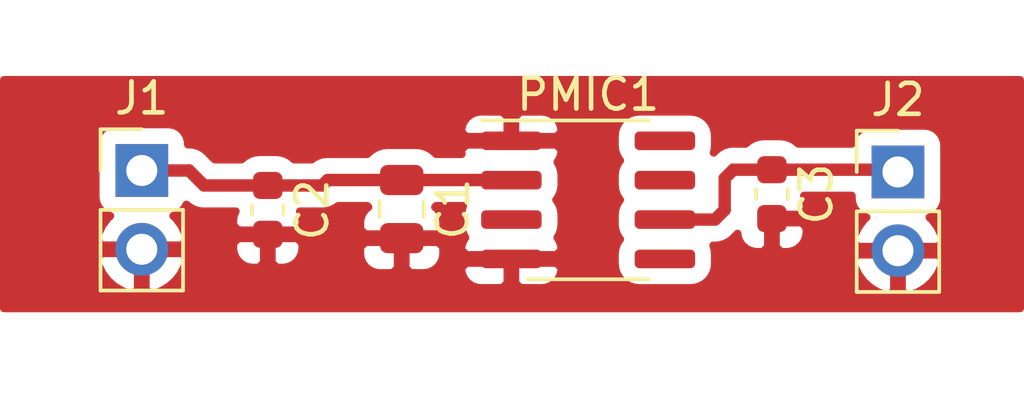
<source format=kicad_pcb>
(kicad_pcb (version 20171130) (host pcbnew "(5.1.6)-1")

  (general
    (thickness 1.6)
    (drawings 0)
    (tracks 15)
    (zones 0)
    (modules 6)
    (nets 8)
  )

  (page A4)
  (layers
    (0 F.Cu signal)
    (31 B.Cu signal)
    (32 B.Adhes user)
    (33 F.Adhes user)
    (34 B.Paste user)
    (35 F.Paste user)
    (36 B.SilkS user)
    (37 F.SilkS user)
    (38 B.Mask user)
    (39 F.Mask user)
    (40 Dwgs.User user)
    (41 Cmts.User user)
    (42 Eco1.User user)
    (43 Eco2.User user)
    (44 Edge.Cuts user)
    (45 Margin user)
    (46 B.CrtYd user)
    (47 F.CrtYd user)
    (48 B.Fab user)
    (49 F.Fab user)
  )

  (setup
    (last_trace_width 0.4)
    (user_trace_width 0.4)
    (trace_clearance 0.2)
    (zone_clearance 0.508)
    (zone_45_only no)
    (trace_min 0.2)
    (via_size 0.8)
    (via_drill 0.4)
    (via_min_size 0.4)
    (via_min_drill 0.3)
    (uvia_size 0.3)
    (uvia_drill 0.1)
    (uvias_allowed no)
    (uvia_min_size 0.2)
    (uvia_min_drill 0.1)
    (edge_width 0.05)
    (segment_width 0.2)
    (pcb_text_width 0.3)
    (pcb_text_size 1.5 1.5)
    (mod_edge_width 0.12)
    (mod_text_size 1 1)
    (mod_text_width 0.15)
    (pad_size 1.524 1.524)
    (pad_drill 0.762)
    (pad_to_mask_clearance 0.05)
    (aux_axis_origin 0 0)
    (visible_elements 7FFFFFFF)
    (pcbplotparams
      (layerselection 0x010fc_ffffffff)
      (usegerberextensions false)
      (usegerberattributes true)
      (usegerberadvancedattributes true)
      (creategerberjobfile true)
      (excludeedgelayer true)
      (linewidth 0.100000)
      (plotframeref false)
      (viasonmask false)
      (mode 1)
      (useauxorigin false)
      (hpglpennumber 1)
      (hpglpenspeed 20)
      (hpglpendiameter 15.000000)
      (psnegative false)
      (psa4output false)
      (plotreference true)
      (plotvalue true)
      (plotinvisibletext false)
      (padsonsilk false)
      (subtractmaskfromsilk false)
      (outputformat 1)
      (mirror false)
      (drillshape 1)
      (scaleselection 1)
      (outputdirectory ""))
  )

  (net 0 "")
  (net 1 VCC)
  (net 2 GND)
  (net 3 "Net-(C3-Pad1)")
  (net 4 "Net-(PMIC1-Pad3)")
  (net 5 "Net-(PMIC1-Pad5)")
  (net 6 "Net-(PMIC1-Pad7)")
  (net 7 "Net-(PMIC1-Pad8)")

  (net_class Default "This is the default net class."
    (clearance 0.2)
    (trace_width 0.25)
    (via_dia 0.8)
    (via_drill 0.4)
    (uvia_dia 0.3)
    (uvia_drill 0.1)
    (add_net GND)
    (add_net "Net-(C3-Pad1)")
    (add_net "Net-(PMIC1-Pad3)")
    (add_net "Net-(PMIC1-Pad5)")
    (add_net "Net-(PMIC1-Pad7)")
    (add_net "Net-(PMIC1-Pad8)")
    (add_net VCC)
  )

  (module Capacitor_SMD:C_0603_1608Metric (layer F.Cu) (tedit 5B301BBE) (tstamp 5F9A6952)
    (at 122.936 103.378 270)
    (descr "Capacitor SMD 0603 (1608 Metric), square (rectangular) end terminal, IPC_7351 nominal, (Body size source: http://www.tortai-tech.com/upload/download/2011102023233369053.pdf), generated with kicad-footprint-generator")
    (tags capacitor)
    (path /5F7E4896)
    (attr smd)
    (fp_text reference C2 (at 0 -1.43 90) (layer F.SilkS)
      (effects (font (size 1 1) (thickness 0.15)))
    )
    (fp_text value 0.1uF (at 0 1.43 90) (layer F.Fab)
      (effects (font (size 1 1) (thickness 0.15)))
    )
    (fp_line (start 1.48 0.73) (end -1.48 0.73) (layer F.CrtYd) (width 0.05))
    (fp_line (start 1.48 -0.73) (end 1.48 0.73) (layer F.CrtYd) (width 0.05))
    (fp_line (start -1.48 -0.73) (end 1.48 -0.73) (layer F.CrtYd) (width 0.05))
    (fp_line (start -1.48 0.73) (end -1.48 -0.73) (layer F.CrtYd) (width 0.05))
    (fp_line (start -0.162779 0.51) (end 0.162779 0.51) (layer F.SilkS) (width 0.12))
    (fp_line (start -0.162779 -0.51) (end 0.162779 -0.51) (layer F.SilkS) (width 0.12))
    (fp_line (start 0.8 0.4) (end -0.8 0.4) (layer F.Fab) (width 0.1))
    (fp_line (start 0.8 -0.4) (end 0.8 0.4) (layer F.Fab) (width 0.1))
    (fp_line (start -0.8 -0.4) (end 0.8 -0.4) (layer F.Fab) (width 0.1))
    (fp_line (start -0.8 0.4) (end -0.8 -0.4) (layer F.Fab) (width 0.1))
    (fp_text user %R (at 0 0 90) (layer F.Fab)
      (effects (font (size 0.4 0.4) (thickness 0.06)))
    )
    (pad 2 smd roundrect (at 0.7875 0 270) (size 0.875 0.95) (layers F.Cu F.Paste F.Mask) (roundrect_rratio 0.25)
      (net 2 GND))
    (pad 1 smd roundrect (at -0.7875 0 270) (size 0.875 0.95) (layers F.Cu F.Paste F.Mask) (roundrect_rratio 0.25)
      (net 1 VCC))
    (model ${KISYS3DMOD}/Capacitor_SMD.3dshapes/C_0603_1608Metric.wrl
      (at (xyz 0 0 0))
      (scale (xyz 1 1 1))
      (rotate (xyz 0 0 0))
    )
  )

  (module Capacitor_SMD:C_0603_1608Metric (layer F.Cu) (tedit 5B301BBE) (tstamp 5FA63941)
    (at 139.192 102.87 270)
    (descr "Capacitor SMD 0603 (1608 Metric), square (rectangular) end terminal, IPC_7351 nominal, (Body size source: http://www.tortai-tech.com/upload/download/2011102023233369053.pdf), generated with kicad-footprint-generator")
    (tags capacitor)
    (path /5F7E49B9)
    (attr smd)
    (fp_text reference C3 (at 0 -1.43 90) (layer F.SilkS)
      (effects (font (size 1 1) (thickness 0.15)))
    )
    (fp_text value 0.001uF (at 0 1.43 90) (layer F.Fab)
      (effects (font (size 1 1) (thickness 0.15)))
    )
    (fp_line (start -0.8 0.4) (end -0.8 -0.4) (layer F.Fab) (width 0.1))
    (fp_line (start -0.8 -0.4) (end 0.8 -0.4) (layer F.Fab) (width 0.1))
    (fp_line (start 0.8 -0.4) (end 0.8 0.4) (layer F.Fab) (width 0.1))
    (fp_line (start 0.8 0.4) (end -0.8 0.4) (layer F.Fab) (width 0.1))
    (fp_line (start -0.162779 -0.51) (end 0.162779 -0.51) (layer F.SilkS) (width 0.12))
    (fp_line (start -0.162779 0.51) (end 0.162779 0.51) (layer F.SilkS) (width 0.12))
    (fp_line (start -1.48 0.73) (end -1.48 -0.73) (layer F.CrtYd) (width 0.05))
    (fp_line (start -1.48 -0.73) (end 1.48 -0.73) (layer F.CrtYd) (width 0.05))
    (fp_line (start 1.48 -0.73) (end 1.48 0.73) (layer F.CrtYd) (width 0.05))
    (fp_line (start 1.48 0.73) (end -1.48 0.73) (layer F.CrtYd) (width 0.05))
    (fp_text user %R (at 0 0 90) (layer F.Fab)
      (effects (font (size 0.4 0.4) (thickness 0.06)))
    )
    (pad 1 smd roundrect (at -0.7875 0 270) (size 0.875 0.95) (layers F.Cu F.Paste F.Mask) (roundrect_rratio 0.25)
      (net 3 "Net-(C3-Pad1)"))
    (pad 2 smd roundrect (at 0.7875 0 270) (size 0.875 0.95) (layers F.Cu F.Paste F.Mask) (roundrect_rratio 0.25)
      (net 2 GND))
    (model ${KISYS3DMOD}/Capacitor_SMD.3dshapes/C_0603_1608Metric.wrl
      (at (xyz 0 0 0))
      (scale (xyz 1 1 1))
      (rotate (xyz 0 0 0))
    )
  )

  (module Connector_PinHeader_2.54mm:PinHeader_1x02_P2.54mm_Vertical (layer F.Cu) (tedit 59FED5CC) (tstamp 5FA63ADF)
    (at 118.872 102.108)
    (descr "Through hole straight pin header, 1x02, 2.54mm pitch, single row")
    (tags "Through hole pin header THT 1x02 2.54mm single row")
    (path /5F7E5BDC)
    (fp_text reference J1 (at 0 -2.33) (layer F.SilkS)
      (effects (font (size 1 1) (thickness 0.15)))
    )
    (fp_text value Conn_01x02_Male (at -2.54 1.27 90) (layer F.Fab)
      (effects (font (size 1 1) (thickness 0.15)))
    )
    (fp_line (start -0.635 -1.27) (end 1.27 -1.27) (layer F.Fab) (width 0.1))
    (fp_line (start 1.27 -1.27) (end 1.27 3.81) (layer F.Fab) (width 0.1))
    (fp_line (start 1.27 3.81) (end -1.27 3.81) (layer F.Fab) (width 0.1))
    (fp_line (start -1.27 3.81) (end -1.27 -0.635) (layer F.Fab) (width 0.1))
    (fp_line (start -1.27 -0.635) (end -0.635 -1.27) (layer F.Fab) (width 0.1))
    (fp_line (start -1.33 3.87) (end 1.33 3.87) (layer F.SilkS) (width 0.12))
    (fp_line (start -1.33 1.27) (end -1.33 3.87) (layer F.SilkS) (width 0.12))
    (fp_line (start 1.33 1.27) (end 1.33 3.87) (layer F.SilkS) (width 0.12))
    (fp_line (start -1.33 1.27) (end 1.33 1.27) (layer F.SilkS) (width 0.12))
    (fp_line (start -1.33 0) (end -1.33 -1.33) (layer F.SilkS) (width 0.12))
    (fp_line (start -1.33 -1.33) (end 0 -1.33) (layer F.SilkS) (width 0.12))
    (fp_line (start -1.8 -1.8) (end -1.8 4.35) (layer F.CrtYd) (width 0.05))
    (fp_line (start -1.8 4.35) (end 1.8 4.35) (layer F.CrtYd) (width 0.05))
    (fp_line (start 1.8 4.35) (end 1.8 -1.8) (layer F.CrtYd) (width 0.05))
    (fp_line (start 1.8 -1.8) (end -1.8 -1.8) (layer F.CrtYd) (width 0.05))
    (fp_text user %R (at 0 1.27 90) (layer F.Fab)
      (effects (font (size 1 1) (thickness 0.15)))
    )
    (pad 1 thru_hole rect (at 0 0) (size 1.7 1.7) (drill 1) (layers *.Cu *.Mask)
      (net 1 VCC))
    (pad 2 thru_hole oval (at 0 2.54) (size 1.7 1.7) (drill 1) (layers *.Cu *.Mask)
      (net 2 GND))
    (model ${KISYS3DMOD}/Connector_PinHeader_2.54mm.3dshapes/PinHeader_1x02_P2.54mm_Vertical.wrl
      (at (xyz 0 0 0))
      (scale (xyz 1 1 1))
      (rotate (xyz 0 0 0))
    )
  )

  (module Connector_PinHeader_2.54mm:PinHeader_1x02_P2.54mm_Vertical (layer F.Cu) (tedit 59FED5CC) (tstamp 5FA639C3)
    (at 143.256 102.155001)
    (descr "Through hole straight pin header, 1x02, 2.54mm pitch, single row")
    (tags "Through hole pin header THT 1x02 2.54mm single row")
    (path /5F7E7159)
    (fp_text reference J2 (at 0 -2.33) (layer F.SilkS)
      (effects (font (size 1 1) (thickness 0.15)))
    )
    (fp_text value Conn_01x02_Male (at 2.54 1.222999 90) (layer F.Fab)
      (effects (font (size 1 1) (thickness 0.15)))
    )
    (fp_line (start 1.8 -1.8) (end -1.8 -1.8) (layer F.CrtYd) (width 0.05))
    (fp_line (start 1.8 4.35) (end 1.8 -1.8) (layer F.CrtYd) (width 0.05))
    (fp_line (start -1.8 4.35) (end 1.8 4.35) (layer F.CrtYd) (width 0.05))
    (fp_line (start -1.8 -1.8) (end -1.8 4.35) (layer F.CrtYd) (width 0.05))
    (fp_line (start -1.33 -1.33) (end 0 -1.33) (layer F.SilkS) (width 0.12))
    (fp_line (start -1.33 0) (end -1.33 -1.33) (layer F.SilkS) (width 0.12))
    (fp_line (start -1.33 1.27) (end 1.33 1.27) (layer F.SilkS) (width 0.12))
    (fp_line (start 1.33 1.27) (end 1.33 3.87) (layer F.SilkS) (width 0.12))
    (fp_line (start -1.33 1.27) (end -1.33 3.87) (layer F.SilkS) (width 0.12))
    (fp_line (start -1.33 3.87) (end 1.33 3.87) (layer F.SilkS) (width 0.12))
    (fp_line (start -1.27 -0.635) (end -0.635 -1.27) (layer F.Fab) (width 0.1))
    (fp_line (start -1.27 3.81) (end -1.27 -0.635) (layer F.Fab) (width 0.1))
    (fp_line (start 1.27 3.81) (end -1.27 3.81) (layer F.Fab) (width 0.1))
    (fp_line (start 1.27 -1.27) (end 1.27 3.81) (layer F.Fab) (width 0.1))
    (fp_line (start -0.635 -1.27) (end 1.27 -1.27) (layer F.Fab) (width 0.1))
    (fp_text user %R (at 0 1.27 90) (layer F.Fab)
      (effects (font (size 1 1) (thickness 0.15)))
    )
    (pad 2 thru_hole oval (at 0 2.54) (size 1.7 1.7) (drill 1) (layers *.Cu *.Mask)
      (net 2 GND))
    (pad 1 thru_hole rect (at 0 0) (size 1.7 1.7) (drill 1) (layers *.Cu *.Mask)
      (net 3 "Net-(C3-Pad1)"))
    (model ${KISYS3DMOD}/Connector_PinHeader_2.54mm.3dshapes/PinHeader_1x02_P2.54mm_Vertical.wrl
      (at (xyz 0 0 0))
      (scale (xyz 1 1 1))
      (rotate (xyz 0 0 0))
    )
  )

  (module Package_SO:SOIC-8_3.9x4.9mm_P1.27mm (layer F.Cu) (tedit 5D9F72B1) (tstamp 5F9A69A9)
    (at 133.265001 103.055001)
    (descr "SOIC, 8 Pin (JEDEC MS-012AA, https://www.analog.com/media/en/package-pcb-resources/package/pkg_pdf/soic_narrow-r/r_8.pdf), generated with kicad-footprint-generator ipc_gullwing_generator.py")
    (tags "SOIC SO")
    (path /5F8E943E)
    (attr smd)
    (fp_text reference PMIC1 (at 0 -3.4) (layer F.SilkS)
      (effects (font (size 1 1) (thickness 0.15)))
    )
    (fp_text value X60008BIS8 (at 0 3.4) (layer F.Fab)
      (effects (font (size 1 1) (thickness 0.15)))
    )
    (fp_line (start 0 2.56) (end 1.95 2.56) (layer F.SilkS) (width 0.12))
    (fp_line (start 0 2.56) (end -1.95 2.56) (layer F.SilkS) (width 0.12))
    (fp_line (start 0 -2.56) (end 1.95 -2.56) (layer F.SilkS) (width 0.12))
    (fp_line (start 0 -2.56) (end -3.45 -2.56) (layer F.SilkS) (width 0.12))
    (fp_line (start -0.975 -2.45) (end 1.95 -2.45) (layer F.Fab) (width 0.1))
    (fp_line (start 1.95 -2.45) (end 1.95 2.45) (layer F.Fab) (width 0.1))
    (fp_line (start 1.95 2.45) (end -1.95 2.45) (layer F.Fab) (width 0.1))
    (fp_line (start -1.95 2.45) (end -1.95 -1.475) (layer F.Fab) (width 0.1))
    (fp_line (start -1.95 -1.475) (end -0.975 -2.45) (layer F.Fab) (width 0.1))
    (fp_line (start -3.7 -2.7) (end -3.7 2.7) (layer F.CrtYd) (width 0.05))
    (fp_line (start -3.7 2.7) (end 3.7 2.7) (layer F.CrtYd) (width 0.05))
    (fp_line (start 3.7 2.7) (end 3.7 -2.7) (layer F.CrtYd) (width 0.05))
    (fp_line (start 3.7 -2.7) (end -3.7 -2.7) (layer F.CrtYd) (width 0.05))
    (fp_text user %R (at 0 0) (layer F.Fab)
      (effects (font (size 0.98 0.98) (thickness 0.15)))
    )
    (pad 1 smd roundrect (at -2.475 -1.905) (size 1.95 0.6) (layers F.Cu F.Paste F.Mask) (roundrect_rratio 0.25)
      (net 2 GND))
    (pad 2 smd roundrect (at -2.475 -0.635) (size 1.95 0.6) (layers F.Cu F.Paste F.Mask) (roundrect_rratio 0.25)
      (net 1 VCC))
    (pad 3 smd roundrect (at -2.475 0.635) (size 1.95 0.6) (layers F.Cu F.Paste F.Mask) (roundrect_rratio 0.25)
      (net 4 "Net-(PMIC1-Pad3)"))
    (pad 4 smd roundrect (at -2.475 1.905) (size 1.95 0.6) (layers F.Cu F.Paste F.Mask) (roundrect_rratio 0.25)
      (net 2 GND))
    (pad 5 smd roundrect (at 2.475 1.905) (size 1.95 0.6) (layers F.Cu F.Paste F.Mask) (roundrect_rratio 0.25)
      (net 5 "Net-(PMIC1-Pad5)"))
    (pad 6 smd roundrect (at 2.475 0.635) (size 1.95 0.6) (layers F.Cu F.Paste F.Mask) (roundrect_rratio 0.25)
      (net 3 "Net-(C3-Pad1)"))
    (pad 7 smd roundrect (at 2.475 -0.635) (size 1.95 0.6) (layers F.Cu F.Paste F.Mask) (roundrect_rratio 0.25)
      (net 6 "Net-(PMIC1-Pad7)"))
    (pad 8 smd roundrect (at 2.475 -1.905) (size 1.95 0.6) (layers F.Cu F.Paste F.Mask) (roundrect_rratio 0.25)
      (net 7 "Net-(PMIC1-Pad8)"))
    (model ${KISYS3DMOD}/Package_SO.3dshapes/SOIC-8_3.9x4.9mm_P1.27mm.wrl
      (at (xyz 0 0 0))
      (scale (xyz 1 1 1))
      (rotate (xyz 0 0 0))
    )
  )

  (module Capacitor_SMD:C_0805_2012Metric (layer F.Cu) (tedit 5B36C52B) (tstamp 5FA63821)
    (at 127.254 103.3525 270)
    (descr "Capacitor SMD 0805 (2012 Metric), square (rectangular) end terminal, IPC_7351 nominal, (Body size source: https://docs.google.com/spreadsheets/d/1BsfQQcO9C6DZCsRaXUlFlo91Tg2WpOkGARC1WS5S8t0/edit?usp=sharing), generated with kicad-footprint-generator")
    (tags capacitor)
    (path /5F7E2FD4)
    (attr smd)
    (fp_text reference C1 (at 0 -1.65 90) (layer F.SilkS)
      (effects (font (size 1 1) (thickness 0.15)))
    )
    (fp_text value 10uF (at 0 1.65 90) (layer F.Fab)
      (effects (font (size 1 1) (thickness 0.15)))
    )
    (fp_line (start -1 0.6) (end -1 -0.6) (layer F.Fab) (width 0.1))
    (fp_line (start -1 -0.6) (end 1 -0.6) (layer F.Fab) (width 0.1))
    (fp_line (start 1 -0.6) (end 1 0.6) (layer F.Fab) (width 0.1))
    (fp_line (start 1 0.6) (end -1 0.6) (layer F.Fab) (width 0.1))
    (fp_line (start -0.258578 -0.71) (end 0.258578 -0.71) (layer F.SilkS) (width 0.12))
    (fp_line (start -0.258578 0.71) (end 0.258578 0.71) (layer F.SilkS) (width 0.12))
    (fp_line (start -1.68 0.95) (end -1.68 -0.95) (layer F.CrtYd) (width 0.05))
    (fp_line (start -1.68 -0.95) (end 1.68 -0.95) (layer F.CrtYd) (width 0.05))
    (fp_line (start 1.68 -0.95) (end 1.68 0.95) (layer F.CrtYd) (width 0.05))
    (fp_line (start 1.68 0.95) (end -1.68 0.95) (layer F.CrtYd) (width 0.05))
    (fp_text user %R (at 0 0 90) (layer F.Fab)
      (effects (font (size 0.5 0.5) (thickness 0.08)))
    )
    (pad 1 smd roundrect (at -0.9375 0 270) (size 0.975 1.4) (layers F.Cu F.Paste F.Mask) (roundrect_rratio 0.25)
      (net 1 VCC))
    (pad 2 smd roundrect (at 0.9375 0 270) (size 0.975 1.4) (layers F.Cu F.Paste F.Mask) (roundrect_rratio 0.25)
      (net 2 GND))
    (model ${KISYS3DMOD}/Capacitor_SMD.3dshapes/C_0805_2012Metric.wrl
      (at (xyz 0 0 0))
      (scale (xyz 1 1 1))
      (rotate (xyz 0 0 0))
    )
  )

  (segment (start 118.872 102.108) (end 120.396 102.108) (width 0.4) (layer F.Cu) (net 1))
  (segment (start 120.8785 102.5905) (end 122.936 102.5905) (width 0.4) (layer F.Cu) (net 1))
  (segment (start 120.396 102.108) (end 120.8785 102.5905) (width 0.4) (layer F.Cu) (net 1))
  (segment (start 122.936 102.5905) (end 124.6885 102.5905) (width 0.4) (layer F.Cu) (net 1))
  (segment (start 124.864 102.415) (end 127.254 102.415) (width 0.4) (layer F.Cu) (net 1))
  (segment (start 124.6885 102.5905) (end 124.864 102.415) (width 0.4) (layer F.Cu) (net 1))
  (segment (start 130.785 102.415) (end 130.790001 102.420001) (width 0.4) (layer F.Cu) (net 1))
  (segment (start 127.254 102.415) (end 130.785 102.415) (width 0.4) (layer F.Cu) (net 1))
  (segment (start 135.740001 103.690001) (end 137.355999 103.690001) (width 0.4) (layer F.Cu) (net 3))
  (segment (start 137.355999 103.690001) (end 137.668 103.378) (width 0.4) (layer F.Cu) (net 3))
  (segment (start 137.668 103.378) (end 137.668 102.362) (width 0.4) (layer F.Cu) (net 3))
  (segment (start 137.9475 102.0825) (end 139.192 102.0825) (width 0.4) (layer F.Cu) (net 3))
  (segment (start 137.668 102.362) (end 137.9475 102.0825) (width 0.4) (layer F.Cu) (net 3))
  (segment (start 143.183499 102.0825) (end 143.256 102.155001) (width 0.4) (layer F.Cu) (net 3))
  (segment (start 139.192 102.0825) (end 143.183499 102.0825) (width 0.4) (layer F.Cu) (net 3))

  (zone (net 2) (net_name GND) (layer F.Cu) (tstamp 5FA63BCD) (hatch edge 0.508)
    (connect_pads (clearance 0.508))
    (min_thickness 0.254)
    (fill yes (arc_segments 32) (thermal_gap 0.508) (thermal_bridge_width 0.508))
    (polygon
      (pts
        (xy 147.32 106.68) (xy 114.3 106.68) (xy 114.3 99.06) (xy 147.32 99.06)
      )
    )
    (filled_polygon
      (pts
        (xy 147.193 106.553) (xy 114.427 106.553) (xy 114.427 105.00489) (xy 117.430524 105.00489) (xy 117.475175 105.152099)
        (xy 117.600359 105.41492) (xy 117.774412 105.648269) (xy 117.990645 105.843178) (xy 118.240748 105.992157) (xy 118.515109 106.089481)
        (xy 118.745 105.968814) (xy 118.745 104.775) (xy 118.999 104.775) (xy 118.999 105.968814) (xy 119.228891 106.089481)
        (xy 119.503252 105.992157) (xy 119.753355 105.843178) (xy 119.969588 105.648269) (xy 120.143641 105.41492) (xy 120.268825 105.152099)
        (xy 120.313476 105.00489) (xy 120.192155 104.775) (xy 118.999 104.775) (xy 118.745 104.775) (xy 117.551845 104.775)
        (xy 117.430524 105.00489) (xy 114.427 105.00489) (xy 114.427 104.603) (xy 121.822928 104.603) (xy 121.835188 104.727482)
        (xy 121.871498 104.84718) (xy 121.930463 104.957494) (xy 122.009815 105.054185) (xy 122.106506 105.133537) (xy 122.21682 105.192502)
        (xy 122.336518 105.228812) (xy 122.461 105.241072) (xy 122.65025 105.238) (xy 122.809 105.07925) (xy 122.809 104.2925)
        (xy 123.063 104.2925) (xy 123.063 105.07925) (xy 123.22175 105.238) (xy 123.411 105.241072) (xy 123.535482 105.228812)
        (xy 123.65518 105.192502) (xy 123.765494 105.133537) (xy 123.862185 105.054185) (xy 123.941537 104.957494) (xy 124.000502 104.84718)
        (xy 124.021639 104.7775) (xy 125.915928 104.7775) (xy 125.928188 104.901982) (xy 125.964498 105.02168) (xy 126.023463 105.131994)
        (xy 126.102815 105.228685) (xy 126.199506 105.308037) (xy 126.30982 105.367002) (xy 126.429518 105.403312) (xy 126.554 105.415572)
        (xy 126.96825 105.4125) (xy 127.127 105.25375) (xy 127.127 104.417) (xy 127.381 104.417) (xy 127.381 105.25375)
        (xy 127.53975 105.4125) (xy 127.954 105.415572) (xy 128.078482 105.403312) (xy 128.19818 105.367002) (xy 128.308494 105.308037)
        (xy 128.367026 105.260001) (xy 129.176929 105.260001) (xy 129.189189 105.384483) (xy 129.225499 105.504181) (xy 129.284464 105.614495)
        (xy 129.363816 105.711186) (xy 129.460507 105.790538) (xy 129.570821 105.849503) (xy 129.690519 105.885813) (xy 129.815001 105.898073)
        (xy 130.504251 105.895001) (xy 130.663001 105.736251) (xy 130.663001 105.087001) (xy 130.917001 105.087001) (xy 130.917001 105.736251)
        (xy 131.075751 105.895001) (xy 131.765001 105.898073) (xy 131.889483 105.885813) (xy 132.009181 105.849503) (xy 132.119495 105.790538)
        (xy 132.216186 105.711186) (xy 132.295538 105.614495) (xy 132.354503 105.504181) (xy 132.390813 105.384483) (xy 132.403073 105.260001)
        (xy 132.400001 105.245751) (xy 132.241251 105.087001) (xy 130.917001 105.087001) (xy 130.663001 105.087001) (xy 129.338751 105.087001)
        (xy 129.180001 105.245751) (xy 129.176929 105.260001) (xy 128.367026 105.260001) (xy 128.405185 105.228685) (xy 128.484537 105.131994)
        (xy 128.543502 105.02168) (xy 128.579812 104.901982) (xy 128.592072 104.7775) (xy 128.589 104.57575) (xy 128.43025 104.417)
        (xy 127.381 104.417) (xy 127.127 104.417) (xy 126.07775 104.417) (xy 125.919 104.57575) (xy 125.915928 104.7775)
        (xy 124.021639 104.7775) (xy 124.036812 104.727482) (xy 124.049072 104.603) (xy 124.046 104.45125) (xy 123.88725 104.2925)
        (xy 123.063 104.2925) (xy 122.809 104.2925) (xy 121.98475 104.2925) (xy 121.826 104.45125) (xy 121.822928 104.603)
        (xy 114.427 104.603) (xy 114.427 101.258) (xy 117.383928 101.258) (xy 117.383928 102.958) (xy 117.396188 103.082482)
        (xy 117.432498 103.20218) (xy 117.491463 103.312494) (xy 117.570815 103.409185) (xy 117.667506 103.488537) (xy 117.77782 103.547502)
        (xy 117.858466 103.571966) (xy 117.774412 103.647731) (xy 117.600359 103.88108) (xy 117.475175 104.143901) (xy 117.430524 104.29111)
        (xy 117.551845 104.521) (xy 118.745 104.521) (xy 118.745 104.501) (xy 118.999 104.501) (xy 118.999 104.521)
        (xy 120.192155 104.521) (xy 120.313476 104.29111) (xy 120.268825 104.143901) (xy 120.143641 103.88108) (xy 119.969588 103.647731)
        (xy 119.885534 103.571966) (xy 119.96618 103.547502) (xy 120.076494 103.488537) (xy 120.173185 103.409185) (xy 120.252537 103.312494)
        (xy 120.310317 103.204397) (xy 120.405233 103.282292) (xy 120.412354 103.288136) (xy 120.557413 103.365672) (xy 120.714811 103.413418)
        (xy 120.878499 103.42954) (xy 120.919518 103.4255) (xy 121.902671 103.4255) (xy 121.871498 103.48382) (xy 121.835188 103.603518)
        (xy 121.822928 103.728) (xy 121.826 103.87975) (xy 121.98475 104.0385) (xy 122.809 104.0385) (xy 122.809 104.0185)
        (xy 123.063 104.0185) (xy 123.063 104.0385) (xy 123.88725 104.0385) (xy 124.046 103.87975) (xy 124.049072 103.728)
        (xy 124.036812 103.603518) (xy 124.000502 103.48382) (xy 123.969329 103.4255) (xy 124.647482 103.4255) (xy 124.6885 103.42954)
        (xy 124.729518 103.4255) (xy 124.729519 103.4255) (xy 124.852189 103.413418) (xy 125.009587 103.365672) (xy 125.154646 103.288136)
        (xy 125.201115 103.25) (xy 126.147707 103.25) (xy 126.174208 103.282292) (xy 126.180564 103.287508) (xy 126.102815 103.351315)
        (xy 126.023463 103.448006) (xy 125.964498 103.55832) (xy 125.928188 103.678018) (xy 125.915928 103.8025) (xy 125.919 104.00425)
        (xy 126.07775 104.163) (xy 127.127 104.163) (xy 127.127 104.143) (xy 127.381 104.143) (xy 127.381 104.163)
        (xy 128.43025 104.163) (xy 128.589 104.00425) (xy 128.592072 103.8025) (xy 128.579812 103.678018) (xy 128.543502 103.55832)
        (xy 128.484537 103.448006) (xy 128.405185 103.351315) (xy 128.327436 103.287508) (xy 128.333792 103.282292) (xy 128.360293 103.25)
        (xy 129.233404 103.25) (xy 129.192072 103.386256) (xy 129.176929 103.540001) (xy 129.176929 103.840001) (xy 129.192072 103.993746)
        (xy 129.236917 104.141583) (xy 129.308731 104.275937) (xy 129.284464 104.305507) (xy 129.225499 104.415821) (xy 129.189189 104.535519)
        (xy 129.176929 104.660001) (xy 129.180001 104.674251) (xy 129.338751 104.833001) (xy 130.663001 104.833001) (xy 130.663001 104.813001)
        (xy 130.917001 104.813001) (xy 130.917001 104.833001) (xy 132.241251 104.833001) (xy 132.400001 104.674251) (xy 132.403073 104.660001)
        (xy 132.390813 104.535519) (xy 132.354503 104.415821) (xy 132.295538 104.305507) (xy 132.271271 104.275937) (xy 132.343085 104.141583)
        (xy 132.38793 103.993746) (xy 132.403073 103.840001) (xy 132.403073 103.540001) (xy 132.38793 103.386256) (xy 132.343085 103.238419)
        (xy 132.270259 103.102172) (xy 132.231547 103.055001) (xy 132.270259 103.00783) (xy 132.343085 102.871583) (xy 132.38793 102.723746)
        (xy 132.403073 102.570001) (xy 132.403073 102.270001) (xy 132.38793 102.116256) (xy 132.343085 101.968419) (xy 132.271271 101.834065)
        (xy 132.295538 101.804495) (xy 132.354503 101.694181) (xy 132.390813 101.574483) (xy 132.403073 101.450001) (xy 132.400001 101.435751)
        (xy 132.241251 101.277001) (xy 130.917001 101.277001) (xy 130.917001 101.297001) (xy 130.663001 101.297001) (xy 130.663001 101.277001)
        (xy 129.338751 101.277001) (xy 129.180001 101.435751) (xy 129.176929 101.450001) (xy 129.189189 101.574483) (xy 129.190863 101.58)
        (xy 128.360293 101.58) (xy 128.333792 101.547708) (xy 128.200164 101.438042) (xy 128.047709 101.356553) (xy 127.882285 101.306372)
        (xy 127.71025 101.289428) (xy 126.79775 101.289428) (xy 126.625715 101.306372) (xy 126.460291 101.356553) (xy 126.307836 101.438042)
        (xy 126.174208 101.547708) (xy 126.147707 101.58) (xy 124.905007 101.58) (xy 124.863999 101.575961) (xy 124.822991 101.58)
        (xy 124.822981 101.58) (xy 124.700311 101.592082) (xy 124.542913 101.639828) (xy 124.397854 101.717364) (xy 124.351385 101.7555)
        (xy 123.785461 101.7555) (xy 123.668275 101.659329) (xy 123.520142 101.58015) (xy 123.359408 101.531392) (xy 123.19225 101.514928)
        (xy 122.67975 101.514928) (xy 122.512592 101.531392) (xy 122.351858 101.58015) (xy 122.203725 101.659329) (xy 122.086539 101.7555)
        (xy 121.224367 101.7555) (xy 121.015446 101.546579) (xy 120.989291 101.514709) (xy 120.862146 101.410364) (xy 120.717087 101.332828)
        (xy 120.559689 101.285082) (xy 120.437019 101.273) (xy 120.437018 101.273) (xy 120.396 101.26896) (xy 120.360072 101.272499)
        (xy 120.360072 101.258) (xy 120.347812 101.133518) (xy 120.311502 101.01382) (xy 120.252537 100.903506) (xy 120.208627 100.850001)
        (xy 129.176929 100.850001) (xy 129.180001 100.864251) (xy 129.338751 101.023001) (xy 130.663001 101.023001) (xy 130.663001 100.373751)
        (xy 130.917001 100.373751) (xy 130.917001 101.023001) (xy 132.241251 101.023001) (xy 132.264251 101.000001) (xy 134.126929 101.000001)
        (xy 134.126929 101.300001) (xy 134.142072 101.453746) (xy 134.186917 101.601583) (xy 134.259743 101.73783) (xy 134.298455 101.785001)
        (xy 134.259743 101.832172) (xy 134.186917 101.968419) (xy 134.142072 102.116256) (xy 134.126929 102.270001) (xy 134.126929 102.570001)
        (xy 134.142072 102.723746) (xy 134.186917 102.871583) (xy 134.259743 103.00783) (xy 134.298455 103.055001) (xy 134.259743 103.102172)
        (xy 134.186917 103.238419) (xy 134.142072 103.386256) (xy 134.126929 103.540001) (xy 134.126929 103.840001) (xy 134.142072 103.993746)
        (xy 134.186917 104.141583) (xy 134.259743 104.27783) (xy 134.298455 104.325001) (xy 134.259743 104.372172) (xy 134.186917 104.508419)
        (xy 134.142072 104.656256) (xy 134.126929 104.810001) (xy 134.126929 105.110001) (xy 134.142072 105.263746) (xy 134.186917 105.411583)
        (xy 134.259743 105.54783) (xy 134.35775 105.667252) (xy 134.477172 105.765259) (xy 134.613419 105.838085) (xy 134.761256 105.88293)
        (xy 134.915001 105.898073) (xy 136.565001 105.898073) (xy 136.718746 105.88293) (xy 136.866583 105.838085) (xy 137.00283 105.765259)
        (xy 137.122252 105.667252) (xy 137.220259 105.54783) (xy 137.293085 105.411583) (xy 137.33793 105.263746) (xy 137.353073 105.110001)
        (xy 137.353073 105.051891) (xy 141.814524 105.051891) (xy 141.859175 105.1991) (xy 141.984359 105.461921) (xy 142.158412 105.69527)
        (xy 142.374645 105.890179) (xy 142.624748 106.039158) (xy 142.899109 106.136482) (xy 143.129 106.015815) (xy 143.129 104.822001)
        (xy 143.383 104.822001) (xy 143.383 106.015815) (xy 143.612891 106.136482) (xy 143.887252 106.039158) (xy 144.137355 105.890179)
        (xy 144.353588 105.69527) (xy 144.527641 105.461921) (xy 144.652825 105.1991) (xy 144.697476 105.051891) (xy 144.576155 104.822001)
        (xy 143.383 104.822001) (xy 143.129 104.822001) (xy 141.935845 104.822001) (xy 141.814524 105.051891) (xy 137.353073 105.051891)
        (xy 137.353073 104.810001) (xy 137.33793 104.656256) (xy 137.298115 104.525001) (xy 137.314981 104.525001) (xy 137.355999 104.529041)
        (xy 137.397017 104.525001) (xy 137.397018 104.525001) (xy 137.519688 104.512919) (xy 137.677086 104.465173) (xy 137.822145 104.387637)
        (xy 137.94929 104.283292) (xy 137.975445 104.251422) (xy 138.083674 104.143193) (xy 138.091188 104.219482) (xy 138.127498 104.33918)
        (xy 138.186463 104.449494) (xy 138.265815 104.546185) (xy 138.362506 104.625537) (xy 138.47282 104.684502) (xy 138.592518 104.720812)
        (xy 138.717 104.733072) (xy 138.90625 104.73) (xy 139.065 104.57125) (xy 139.065 103.7845) (xy 139.319 103.7845)
        (xy 139.319 104.57125) (xy 139.47775 104.73) (xy 139.667 104.733072) (xy 139.791482 104.720812) (xy 139.91118 104.684502)
        (xy 140.021494 104.625537) (xy 140.118185 104.546185) (xy 140.197537 104.449494) (xy 140.256502 104.33918) (xy 140.292812 104.219482)
        (xy 140.305072 104.095) (xy 140.302 103.94325) (xy 140.14325 103.7845) (xy 139.319 103.7845) (xy 139.065 103.7845)
        (xy 139.045 103.7845) (xy 139.045 103.5305) (xy 139.065 103.5305) (xy 139.065 103.5105) (xy 139.319 103.5105)
        (xy 139.319 103.5305) (xy 140.14325 103.5305) (xy 140.302 103.37175) (xy 140.305072 103.22) (xy 140.292812 103.095518)
        (xy 140.256502 102.97582) (xy 140.225329 102.9175) (xy 141.767928 102.9175) (xy 141.767928 103.005001) (xy 141.780188 103.129483)
        (xy 141.816498 103.249181) (xy 141.875463 103.359495) (xy 141.954815 103.456186) (xy 142.051506 103.535538) (xy 142.16182 103.594503)
        (xy 142.242466 103.618967) (xy 142.158412 103.694732) (xy 141.984359 103.928081) (xy 141.859175 104.190902) (xy 141.814524 104.338111)
        (xy 141.935845 104.568001) (xy 143.129 104.568001) (xy 143.129 104.548001) (xy 143.383 104.548001) (xy 143.383 104.568001)
        (xy 144.576155 104.568001) (xy 144.697476 104.338111) (xy 144.652825 104.190902) (xy 144.527641 103.928081) (xy 144.353588 103.694732)
        (xy 144.269534 103.618967) (xy 144.35018 103.594503) (xy 144.460494 103.535538) (xy 144.557185 103.456186) (xy 144.636537 103.359495)
        (xy 144.695502 103.249181) (xy 144.731812 103.129483) (xy 144.744072 103.005001) (xy 144.744072 101.305001) (xy 144.731812 101.180519)
        (xy 144.695502 101.060821) (xy 144.636537 100.950507) (xy 144.557185 100.853816) (xy 144.460494 100.774464) (xy 144.35018 100.715499)
        (xy 144.230482 100.679189) (xy 144.106 100.666929) (xy 142.406 100.666929) (xy 142.281518 100.679189) (xy 142.16182 100.715499)
        (xy 142.051506 100.774464) (xy 141.954815 100.853816) (xy 141.875463 100.950507) (xy 141.816498 101.060821) (xy 141.780188 101.180519)
        (xy 141.773591 101.2475) (xy 140.041461 101.2475) (xy 139.924275 101.151329) (xy 139.776142 101.07215) (xy 139.615408 101.023392)
        (xy 139.44825 101.006928) (xy 138.93575 101.006928) (xy 138.768592 101.023392) (xy 138.607858 101.07215) (xy 138.459725 101.151329)
        (xy 138.342539 101.2475) (xy 137.988518 101.2475) (xy 137.9475 101.24346) (xy 137.906482 101.2475) (xy 137.906481 101.2475)
        (xy 137.783811 101.259582) (xy 137.626413 101.307328) (xy 137.481354 101.384864) (xy 137.354209 101.489209) (xy 137.328058 101.521074)
        (xy 137.312912 101.53622) (xy 137.33793 101.453746) (xy 137.353073 101.300001) (xy 137.353073 101.000001) (xy 137.33793 100.846256)
        (xy 137.293085 100.698419) (xy 137.220259 100.562172) (xy 137.122252 100.44275) (xy 137.00283 100.344743) (xy 136.866583 100.271917)
        (xy 136.718746 100.227072) (xy 136.565001 100.211929) (xy 134.915001 100.211929) (xy 134.761256 100.227072) (xy 134.613419 100.271917)
        (xy 134.477172 100.344743) (xy 134.35775 100.44275) (xy 134.259743 100.562172) (xy 134.186917 100.698419) (xy 134.142072 100.846256)
        (xy 134.126929 101.000001) (xy 132.264251 101.000001) (xy 132.400001 100.864251) (xy 132.403073 100.850001) (xy 132.390813 100.725519)
        (xy 132.354503 100.605821) (xy 132.295538 100.495507) (xy 132.216186 100.398816) (xy 132.119495 100.319464) (xy 132.009181 100.260499)
        (xy 131.889483 100.224189) (xy 131.765001 100.211929) (xy 131.075751 100.215001) (xy 130.917001 100.373751) (xy 130.663001 100.373751)
        (xy 130.504251 100.215001) (xy 129.815001 100.211929) (xy 129.690519 100.224189) (xy 129.570821 100.260499) (xy 129.460507 100.319464)
        (xy 129.363816 100.398816) (xy 129.284464 100.495507) (xy 129.225499 100.605821) (xy 129.189189 100.725519) (xy 129.176929 100.850001)
        (xy 120.208627 100.850001) (xy 120.173185 100.806815) (xy 120.076494 100.727463) (xy 119.96618 100.668498) (xy 119.846482 100.632188)
        (xy 119.722 100.619928) (xy 118.022 100.619928) (xy 117.897518 100.632188) (xy 117.77782 100.668498) (xy 117.667506 100.727463)
        (xy 117.570815 100.806815) (xy 117.491463 100.903506) (xy 117.432498 101.01382) (xy 117.396188 101.133518) (xy 117.383928 101.258)
        (xy 114.427 101.258) (xy 114.427 99.187) (xy 147.193 99.187)
      )
    )
  )
)

</source>
